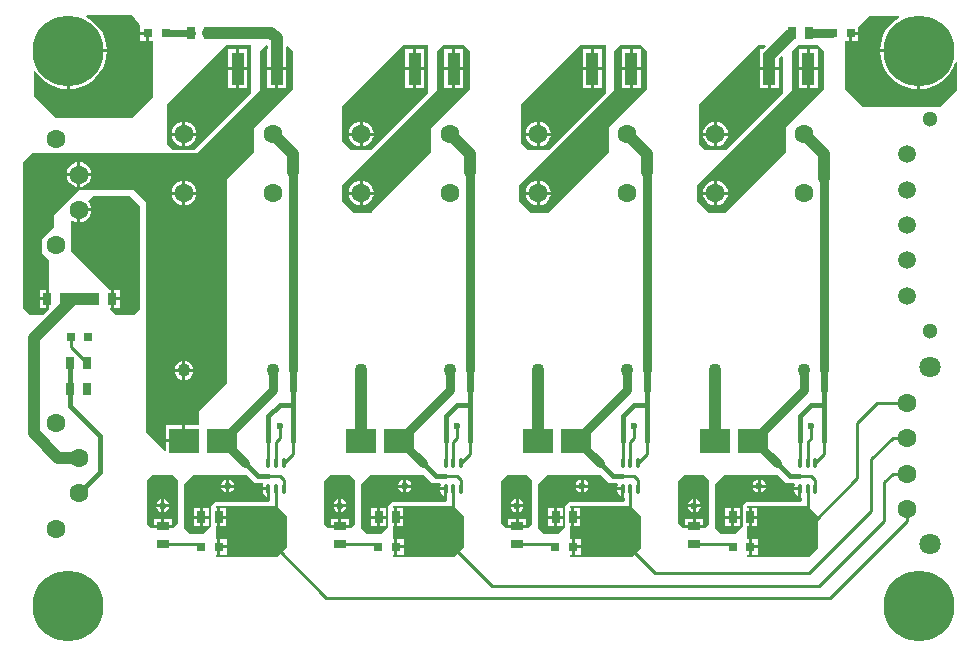
<source format=gtl>
G04*
G04 #@! TF.GenerationSoftware,Altium Limited,Altium Designer,18.1.9 (240)*
G04*
G04 Layer_Physical_Order=1*
G04 Layer_Color=255*
%FSLAX25Y25*%
%MOIN*%
G70*
G01*
G75*
%ADD12C,0.01000*%
%ADD16O,0.01575X0.03150*%
%ADD17R,0.02953X0.03937*%
%ADD18R,0.04331X0.11024*%
%ADD19R,0.03937X0.02953*%
%ADD20R,0.03150X0.03150*%
%ADD21R,0.09843X0.08268*%
%ADD35C,0.01575*%
%ADD36C,0.03937*%
%ADD37C,0.03150*%
%ADD38C,0.02362*%
%ADD39C,0.05906*%
%ADD40C,0.06299*%
%ADD41C,0.04331*%
%ADD42C,0.23622*%
%ADD43C,0.05118*%
%ADD44C,0.02362*%
%ADD45C,0.07087*%
G36*
X37008Y212598D02*
X39478Y209643D01*
X39748Y209268D01*
X39748D01*
X39748Y209268D01*
Y207193D01*
X42323D01*
Y206693D01*
X42823D01*
Y204118D01*
X44094D01*
Y185433D01*
X37008Y178347D01*
X11811Y178347D01*
X4331Y185827D01*
Y193979D01*
X4812Y194115D01*
X5352Y193234D01*
X6661Y191701D01*
X8195Y190391D01*
X9914Y189337D01*
X11777Y188566D01*
X13738Y188095D01*
X15248Y187976D01*
Y200787D01*
X15748D01*
Y201287D01*
X28559D01*
X28440Y202798D01*
X27970Y204759D01*
X27198Y206622D01*
X26144Y208341D01*
X24835Y209874D01*
X23301Y211184D01*
X21809Y212098D01*
X21950Y212598D01*
X37008D01*
Y212598D01*
D02*
G37*
G36*
X292806Y212473D02*
X292947Y211973D01*
X291659Y211184D01*
X290126Y209874D01*
X288816Y208341D01*
X287763Y206622D01*
X286991Y204759D01*
X286520Y202798D01*
X286401Y201287D01*
X299213D01*
Y200787D01*
X299713D01*
Y187976D01*
X301223Y188095D01*
X303184Y188566D01*
X305047Y189337D01*
X306766Y190391D01*
X308299Y191701D01*
X309609Y193234D01*
X310663Y194953D01*
X311434Y196816D01*
X311524Y197188D01*
X312024Y197129D01*
Y187614D01*
X306299Y181890D01*
X280512D01*
X274803Y187598D01*
X274803Y204118D01*
X276075D01*
Y206693D01*
X276575D01*
Y207193D01*
X279150D01*
Y208805D01*
X282552Y212473D01*
X292806D01*
D02*
G37*
G36*
X76772Y186705D02*
X57891Y167825D01*
X50778D01*
X48720Y169882D01*
X48720Y182972D01*
X68504Y202756D01*
X76772Y202756D01*
X76772Y186705D01*
D02*
G37*
G36*
X248355Y202294D02*
X247455Y201394D01*
X246244D01*
Y195382D01*
X249409D01*
X252575D01*
Y198045D01*
X253475Y198945D01*
X253937Y198754D01*
X253937Y186705D01*
X235047Y167815D01*
X227953D01*
X225886Y169882D01*
X225886Y182972D01*
X245669Y202756D01*
X248164D01*
X248355Y202294D01*
D02*
G37*
G36*
X194882Y186705D02*
X175992Y167815D01*
X168898D01*
X166831Y169882D01*
X166831Y182972D01*
X186614Y202756D01*
X194882Y202756D01*
X194882Y186705D01*
D02*
G37*
G36*
X135827D02*
X116937Y167815D01*
X109843D01*
X107087Y170571D01*
X107087Y182283D01*
X127559Y202756D01*
X135827Y202756D01*
X135827Y186705D01*
D02*
G37*
G36*
X82242Y202401D02*
Y201394D01*
X82071D01*
Y195382D01*
X85236D01*
X88402D01*
Y201394D01*
X88230D01*
Y202204D01*
X88730Y202411D01*
X90551Y200591D01*
Y187894D01*
X77756Y175098D01*
Y166929D01*
X68602Y157776D01*
X68602Y89862D01*
X59449Y80709D01*
Y76000D01*
X54831D01*
Y70866D01*
X54331D01*
Y70366D01*
X48409D01*
Y67598D01*
X47947Y67407D01*
X41732Y73622D01*
Y150252D01*
X37457Y154528D01*
X19831D01*
Y154575D01*
X11024Y145768D01*
X11024Y142126D01*
X7087Y138189D01*
Y133465D01*
X9350Y131201D01*
Y121079D01*
X9260D01*
Y118110D01*
Y115142D01*
X9350D01*
Y114469D01*
X7480Y112598D01*
X3150Y112598D01*
X787Y114961D01*
Y163779D01*
X3813Y166805D01*
X21384Y166805D01*
D01*
X58734Y166805D01*
X79724Y187795D01*
X79724Y200590D01*
X81742Y202608D01*
X82242Y202401D01*
D02*
G37*
G36*
X265551Y202756D02*
X267717Y200591D01*
Y187894D01*
X254921Y175098D01*
Y166929D01*
X235039Y147047D01*
Y146850D01*
X229134D01*
X225197Y150787D01*
Y153347D01*
Y156102D01*
X256890Y187795D01*
X256890Y200590D01*
X259055Y202756D01*
X265551Y202756D01*
D02*
G37*
G36*
X206496D02*
X208661Y200591D01*
Y187894D01*
X195866Y175098D01*
Y166929D01*
X175984Y147047D01*
Y146850D01*
X170079D01*
X166142Y150787D01*
Y153347D01*
Y156102D01*
X197835Y187795D01*
X197835Y200590D01*
X200000Y202756D01*
X206496Y202756D01*
D02*
G37*
G36*
X147441D02*
X149606Y200591D01*
Y187894D01*
X136811Y175098D01*
Y166929D01*
X116929Y147047D01*
Y146850D01*
X111024D01*
X107087Y150787D01*
Y153347D01*
Y156102D01*
X138779Y187795D01*
X138779Y200590D01*
X140945Y202756D01*
X147441Y202756D01*
D02*
G37*
G36*
X39665Y148917D02*
X39665Y114469D01*
X37795Y112598D01*
X31545Y112598D01*
X29823Y114321D01*
Y115142D01*
X29913D01*
Y118110D01*
Y121079D01*
X29709D01*
X16634Y134153D01*
X16634Y144010D01*
X17082Y144231D01*
X17238Y144112D01*
X18248Y143693D01*
X18831Y143617D01*
Y147736D01*
X19331D01*
Y148236D01*
X23450D01*
X23373Y148819D01*
X22955Y149829D01*
X22290Y150696D01*
X22644Y151049D01*
X24055Y152461D01*
X36122Y152461D01*
X39665Y148917D01*
D02*
G37*
G36*
X229464Y57591D02*
X229464Y43130D01*
X227967Y41634D01*
X227378Y41634D01*
Y41724D01*
X221178D01*
X221087Y41634D01*
X220586Y41634D01*
X219170Y43050D01*
Y57533D01*
X220967Y59330D01*
X227725D01*
X229464Y57591D01*
D02*
G37*
G36*
X170409D02*
X170409Y43130D01*
X168912Y41634D01*
X168323Y41634D01*
Y41724D01*
X165354D01*
X162123D01*
X162032Y41634D01*
X161531Y41634D01*
X160115Y43050D01*
Y57533D01*
X161912Y59330D01*
X168670D01*
X170409Y57591D01*
D02*
G37*
G36*
X111354D02*
X111354Y43130D01*
X109857Y41634D01*
X109268Y41634D01*
Y41724D01*
X106299D01*
X103068D01*
X102977Y41634D01*
X102476Y41634D01*
X101060Y43050D01*
Y57533D01*
X102857Y59330D01*
X109615D01*
X111354Y57591D01*
D02*
G37*
G36*
X52299D02*
X52299Y43130D01*
X50802Y41634D01*
X50213Y41634D01*
Y41724D01*
X44013D01*
X43922Y41634D01*
X43421Y41634D01*
X42004Y43050D01*
Y57533D01*
X43801Y59330D01*
X50560D01*
X52299Y57591D01*
D02*
G37*
G36*
X255118Y56693D02*
X257756D01*
X257981Y56237D01*
X257962Y56209D01*
X257823Y55512D01*
Y55224D01*
X259646D01*
Y54724D01*
X260146D01*
Y51912D01*
X260236Y51838D01*
Y50984D01*
X259646Y50394D01*
X241732D01*
X240551Y49213D01*
Y48244D01*
X240535D01*
Y42307D01*
X240321Y41896D01*
X238189Y39764D01*
X233465D01*
X231496Y41732D01*
Y56299D01*
X234646Y59449D01*
X252362D01*
X255118Y56693D01*
D02*
G37*
G36*
X196063D02*
X198700D01*
X198925Y56237D01*
X198907Y56209D01*
X198768Y55512D01*
Y55224D01*
X200591D01*
Y54724D01*
X201091D01*
Y51912D01*
X201181Y51838D01*
Y50984D01*
X200590Y50394D01*
X182677D01*
X181496Y49213D01*
Y48244D01*
X181480D01*
Y42307D01*
X181266Y41896D01*
X179134Y39764D01*
X174409D01*
X172441Y41732D01*
Y56299D01*
X175591Y59449D01*
X193307D01*
X196063Y56693D01*
D02*
G37*
G36*
X137008D02*
X139645D01*
X139870Y56237D01*
X139852Y56209D01*
X139713Y55512D01*
Y55224D01*
X141535D01*
Y54724D01*
X142035D01*
Y51912D01*
X142126Y51838D01*
Y50984D01*
X141535Y50394D01*
X123622D01*
X122441Y49213D01*
Y48244D01*
X122425D01*
Y42307D01*
X122211Y41896D01*
X120079Y39764D01*
X115354D01*
X113386Y41732D01*
Y56299D01*
X116535Y59449D01*
X134252D01*
X137008Y56693D01*
D02*
G37*
G36*
X77953D02*
X80590D01*
X80815Y56237D01*
X80797Y56209D01*
X80658Y55512D01*
Y55224D01*
X82480D01*
Y54724D01*
X82980D01*
Y51912D01*
X83071Y51838D01*
Y50984D01*
X82480Y50394D01*
X64567D01*
X63386Y49213D01*
Y48244D01*
X63370D01*
Y42307D01*
X63156Y41896D01*
X61024Y39764D01*
X56299D01*
X54331Y41732D01*
Y56299D01*
X57480Y59449D01*
X75197D01*
X77953Y56693D01*
D02*
G37*
G36*
X262205Y49213D02*
X265748Y45669D01*
Y35039D01*
X262598Y31890D01*
X242126Y31890D01*
Y32858D01*
X242610D01*
Y35433D01*
Y38008D01*
X242126D01*
Y42307D01*
X242512D01*
Y45276D01*
Y48244D01*
X242126D01*
Y49213D01*
X262205Y49213D01*
D02*
G37*
G36*
X203150D02*
X206693Y45669D01*
Y35039D01*
X203543Y31890D01*
X183071Y31890D01*
Y32858D01*
X183555D01*
Y35433D01*
Y38008D01*
X183071D01*
Y42307D01*
X183457D01*
Y45276D01*
Y48244D01*
X183071D01*
Y49213D01*
X203150Y49213D01*
D02*
G37*
G36*
X144095D02*
X147638Y45669D01*
Y35039D01*
X144488Y31890D01*
X124016Y31890D01*
Y32858D01*
X124500D01*
Y35433D01*
Y38008D01*
X124016D01*
Y42307D01*
X124402D01*
Y45276D01*
Y48244D01*
X124016D01*
Y49213D01*
X144095Y49213D01*
D02*
G37*
G36*
X85039D02*
X88583Y45669D01*
Y35039D01*
X85433Y31890D01*
X64961Y31890D01*
Y32858D01*
X65445D01*
Y35433D01*
Y38008D01*
X64961D01*
Y42307D01*
X65346D01*
Y45276D01*
Y48244D01*
X64961D01*
Y49213D01*
X85039Y49213D01*
D02*
G37*
%LPC*%
G36*
X41823Y206193D02*
X39748D01*
Y204118D01*
X41823D01*
Y206193D01*
D02*
G37*
G36*
X28559Y200287D02*
X16248D01*
Y187976D01*
X17758Y188095D01*
X19719Y188566D01*
X21582Y189337D01*
X23301Y190391D01*
X24835Y191701D01*
X26144Y193234D01*
X27198Y194953D01*
X27970Y196816D01*
X28440Y198777D01*
X28559Y200287D01*
D02*
G37*
G36*
X279150Y206193D02*
X277075D01*
Y204118D01*
X279150D01*
Y206193D01*
D02*
G37*
G36*
X298713Y200287D02*
X286401D01*
X286520Y198777D01*
X286991Y196816D01*
X287763Y194953D01*
X288816Y193234D01*
X290126Y191701D01*
X291659Y190391D01*
X293378Y189337D01*
X295241Y188566D01*
X297202Y188095D01*
X298713Y187976D01*
Y200287D01*
D02*
G37*
G36*
X75409Y201394D02*
X72744D01*
Y195382D01*
X75409D01*
Y201394D01*
D02*
G37*
G36*
X71744D02*
X69079D01*
Y195382D01*
X71744D01*
Y201394D01*
D02*
G37*
G36*
X75409Y194382D02*
X72744D01*
Y188370D01*
X75409D01*
Y194382D01*
D02*
G37*
G36*
X71744D02*
X69079D01*
Y188370D01*
X71744D01*
Y194382D01*
D02*
G37*
G36*
X54831Y177151D02*
Y173531D01*
X58450D01*
X58373Y174115D01*
X57955Y175124D01*
X57290Y175991D01*
X56423Y176656D01*
X55414Y177074D01*
X54831Y177151D01*
D02*
G37*
G36*
X53831D02*
X53247Y177074D01*
X52238Y176656D01*
X51371Y175991D01*
X50706Y175124D01*
X50288Y174115D01*
X50211Y173531D01*
X53831D01*
Y177151D01*
D02*
G37*
G36*
X58450Y172531D02*
X54831D01*
Y168912D01*
X55414Y168989D01*
X56423Y169407D01*
X57290Y170072D01*
X57955Y170939D01*
X58373Y171948D01*
X58450Y172531D01*
D02*
G37*
G36*
X53831D02*
X50211D01*
X50288Y171948D01*
X50706Y170939D01*
X51371Y170072D01*
X52238Y169407D01*
X53247Y168989D01*
X53831Y168912D01*
Y172531D01*
D02*
G37*
G36*
X252575Y194382D02*
X249909D01*
Y188370D01*
X252575D01*
Y194382D01*
D02*
G37*
G36*
X248909D02*
X246244D01*
Y188370D01*
X248909D01*
Y194382D01*
D02*
G37*
G36*
X231996Y177151D02*
Y173531D01*
X235616D01*
X235539Y174115D01*
X235121Y175124D01*
X234456Y175991D01*
X233589Y176656D01*
X232579Y177074D01*
X231996Y177151D01*
D02*
G37*
G36*
X230996Y177151D02*
X230413Y177074D01*
X229403Y176656D01*
X228537Y175991D01*
X227871Y175124D01*
X227453Y174115D01*
X227377Y173531D01*
X230996D01*
Y177151D01*
D02*
G37*
G36*
X235616Y172531D02*
X231996D01*
Y168912D01*
X232579Y168989D01*
X233589Y169407D01*
X234456Y170072D01*
X235121Y170939D01*
X235539Y171948D01*
X235616Y172531D01*
D02*
G37*
G36*
X230996D02*
X227377D01*
X227453Y171948D01*
X227871Y170939D01*
X228537Y170072D01*
X229403Y169407D01*
X230413Y168989D01*
X230996Y168912D01*
Y172531D01*
D02*
G37*
G36*
X193520Y201394D02*
X190854D01*
Y195382D01*
X193520D01*
Y201394D01*
D02*
G37*
G36*
X189854D02*
X187189D01*
Y195382D01*
X189854D01*
Y201394D01*
D02*
G37*
G36*
X193520Y194382D02*
X190854D01*
Y188370D01*
X193520D01*
Y194382D01*
D02*
G37*
G36*
X189854D02*
X187189D01*
Y188370D01*
X189854D01*
Y194382D01*
D02*
G37*
G36*
X172941Y177151D02*
Y173531D01*
X176560D01*
X176484Y174115D01*
X176066Y175124D01*
X175400Y175991D01*
X174534Y176656D01*
X173524Y177074D01*
X172941Y177151D01*
D02*
G37*
G36*
X171941Y177151D02*
X171358Y177074D01*
X170348Y176656D01*
X169481Y175991D01*
X168816Y175124D01*
X168398Y174115D01*
X168321Y173531D01*
X171941D01*
Y177151D01*
D02*
G37*
G36*
Y172531D02*
X168321D01*
X168398Y171948D01*
X168816Y170939D01*
X169481Y170072D01*
X170348Y169407D01*
X171358Y168989D01*
X171941Y168912D01*
Y172531D01*
D02*
G37*
G36*
X176560D02*
X172941D01*
Y168912D01*
X173524Y168989D01*
X174534Y169407D01*
X175400Y170072D01*
X176066Y170939D01*
X176484Y171948D01*
X176560Y172531D01*
D02*
G37*
G36*
X134465Y201394D02*
X131799D01*
Y195382D01*
X134465D01*
Y201394D01*
D02*
G37*
G36*
X130799D02*
X128134D01*
Y195382D01*
X130799D01*
Y201394D01*
D02*
G37*
G36*
X134465Y194382D02*
X131799D01*
Y188370D01*
X134465D01*
Y194382D01*
D02*
G37*
G36*
X130799D02*
X128134D01*
Y188370D01*
X130799D01*
Y194382D01*
D02*
G37*
G36*
X113886Y177151D02*
Y173531D01*
X117505D01*
X117429Y174115D01*
X117010Y175124D01*
X116345Y175991D01*
X115479Y176656D01*
X114469Y177074D01*
X113886Y177151D01*
D02*
G37*
G36*
X112886Y177151D02*
X112303Y177074D01*
X111293Y176656D01*
X110426Y175991D01*
X109761Y175124D01*
X109343Y174115D01*
X109266Y173531D01*
X112886D01*
Y177151D01*
D02*
G37*
G36*
Y172531D02*
X109266D01*
X109343Y171948D01*
X109761Y170939D01*
X110426Y170072D01*
X111293Y169407D01*
X112303Y168989D01*
X112886Y168912D01*
Y172531D01*
D02*
G37*
G36*
X117505D02*
X113886D01*
Y168912D01*
X114469Y168989D01*
X115479Y169407D01*
X116345Y170072D01*
X117010Y170939D01*
X117429Y171948D01*
X117505Y172531D01*
D02*
G37*
G36*
X88402Y194382D02*
X85736D01*
Y188370D01*
X88402D01*
Y194382D01*
D02*
G37*
G36*
X84736D02*
X82071D01*
Y188370D01*
X84736D01*
Y194382D01*
D02*
G37*
G36*
X19831Y163667D02*
Y160047D01*
X23450D01*
X23373Y160631D01*
X22955Y161640D01*
X22290Y162507D01*
X21423Y163172D01*
X20414Y163590D01*
X19831Y163667D01*
D01*
D02*
G37*
G36*
X18831D02*
X18248Y163590D01*
X17238Y163172D01*
X16371Y162507D01*
X15706Y161640D01*
X15288Y160631D01*
X15211Y160047D01*
X18831D01*
Y163667D01*
D02*
G37*
G36*
X23450Y159047D02*
X19831D01*
Y155428D01*
X20414Y155504D01*
X21423Y155923D01*
X22290Y156588D01*
X22955Y157455D01*
X23373Y158464D01*
X23450Y159047D01*
D02*
G37*
G36*
X18831D02*
X15211D01*
X15288Y158464D01*
X15706Y157455D01*
X16371Y156588D01*
X17238Y155923D01*
X18248Y155504D01*
X18831Y155428D01*
Y159047D01*
D02*
G37*
G36*
X54831Y157466D02*
Y153847D01*
X58450D01*
X58373Y154430D01*
X57955Y155439D01*
X57290Y156306D01*
X56423Y156971D01*
X55414Y157389D01*
X54831Y157466D01*
D02*
G37*
G36*
X53831Y157466D02*
X53247Y157389D01*
X52238Y156971D01*
X51371Y156306D01*
X50706Y155439D01*
X50288Y154430D01*
X50211Y153847D01*
X53831D01*
Y157466D01*
D02*
G37*
G36*
X58450Y152847D02*
X54831D01*
Y149227D01*
X55414Y149304D01*
X56423Y149722D01*
X57290Y150387D01*
X57955Y151254D01*
X58373Y152263D01*
X58450Y152847D01*
D02*
G37*
G36*
X53831D02*
X50211D01*
X50288Y152263D01*
X50706Y151254D01*
X51371Y150387D01*
X52238Y149722D01*
X53247Y149304D01*
X53831Y149227D01*
Y152847D01*
D02*
G37*
G36*
X8260Y121079D02*
X6284D01*
Y118610D01*
X8260D01*
Y121079D01*
D02*
G37*
G36*
Y117610D02*
X6284D01*
Y115142D01*
X8260D01*
Y117610D01*
D02*
G37*
G36*
X54831Y97418D02*
Y94791D01*
X57458D01*
X57415Y95118D01*
X57096Y95888D01*
X56588Y96549D01*
X55927Y97056D01*
X55157Y97375D01*
X54831Y97418D01*
D02*
G37*
G36*
X53831D02*
X53504Y97375D01*
X52734Y97056D01*
X52073Y96549D01*
X51566Y95888D01*
X51247Y95118D01*
X51204Y94791D01*
X53831D01*
Y97418D01*
D02*
G37*
G36*
X57458Y93791D02*
X54831D01*
Y91164D01*
X55157Y91207D01*
X55927Y91526D01*
X56588Y92034D01*
X57096Y92695D01*
X57415Y93465D01*
X57458Y93791D01*
D02*
G37*
G36*
X53831D02*
X51204D01*
X51247Y93465D01*
X51566Y92695D01*
X52073Y92034D01*
X52734Y91526D01*
X53504Y91207D01*
X53831Y91164D01*
Y93791D01*
D02*
G37*
G36*
Y76000D02*
X48409D01*
Y71366D01*
X53831D01*
Y76000D01*
D02*
G37*
G36*
X265567Y201394D02*
X262902D01*
Y195382D01*
X265567D01*
Y201394D01*
D02*
G37*
G36*
X261902D02*
X259236D01*
Y195382D01*
X261902D01*
Y201394D01*
D02*
G37*
G36*
X265567Y194382D02*
X262902D01*
Y188370D01*
X265567D01*
Y194382D01*
D02*
G37*
G36*
X261902D02*
X259236D01*
Y188370D01*
X261902D01*
Y194382D01*
D02*
G37*
G36*
X231996Y157466D02*
Y153846D01*
X235616D01*
X235539Y154430D01*
X235121Y155439D01*
X234456Y156306D01*
X233589Y156971D01*
X232579Y157389D01*
X231996Y157466D01*
D02*
G37*
G36*
X230996Y157466D02*
X230413Y157389D01*
X229403Y156971D01*
X228537Y156306D01*
X227871Y155439D01*
X227453Y154430D01*
X227377Y153846D01*
X230996D01*
Y157466D01*
D02*
G37*
G36*
X235616Y152846D02*
X231996D01*
Y149227D01*
X232579Y149304D01*
X233589Y149722D01*
X234456Y150387D01*
X235121Y151254D01*
X235539Y152263D01*
X235616Y152846D01*
D02*
G37*
G36*
X230996D02*
X227377D01*
X227453Y152263D01*
X227871Y151254D01*
X228537Y150387D01*
X229403Y149722D01*
X230413Y149304D01*
X230996Y149227D01*
Y152846D01*
D02*
G37*
G36*
X206512Y201394D02*
X203847D01*
Y195382D01*
X206512D01*
Y201394D01*
D02*
G37*
G36*
X202847D02*
X200181D01*
Y195382D01*
X202847D01*
Y201394D01*
D02*
G37*
G36*
X206512Y194382D02*
X203847D01*
Y188370D01*
X206512D01*
Y194382D01*
D02*
G37*
G36*
X202847D02*
X200181D01*
Y188370D01*
X202847D01*
Y194382D01*
D02*
G37*
G36*
X172941Y157466D02*
Y153847D01*
X176560D01*
X176484Y154430D01*
X176066Y155439D01*
X175400Y156306D01*
X174534Y156971D01*
X173524Y157389D01*
X172941Y157466D01*
D02*
G37*
G36*
X171941D02*
X171358Y157389D01*
X170348Y156971D01*
X169481Y156306D01*
X168816Y155439D01*
X168398Y154430D01*
X168321Y153847D01*
X171941D01*
Y157466D01*
D02*
G37*
G36*
X176560Y152847D02*
X172941D01*
Y149227D01*
X173524Y149304D01*
X174534Y149722D01*
X175400Y150387D01*
X176066Y151254D01*
X176484Y152263D01*
X176560Y152847D01*
D02*
G37*
G36*
X171941D02*
X168321D01*
X168398Y152263D01*
X168816Y151254D01*
X169481Y150387D01*
X170348Y149722D01*
X171358Y149304D01*
X171941Y149227D01*
Y152847D01*
D02*
G37*
G36*
X147457Y201394D02*
X144791D01*
Y195382D01*
X147457D01*
Y201394D01*
D02*
G37*
G36*
X143791D02*
X141126D01*
Y195382D01*
X143791D01*
Y201394D01*
D02*
G37*
G36*
X147457Y194382D02*
X144791D01*
Y188370D01*
X147457D01*
Y194382D01*
D02*
G37*
G36*
X143791D02*
X141126D01*
Y188370D01*
X143791D01*
Y194382D01*
D02*
G37*
G36*
X113886Y157466D02*
Y153847D01*
X117505D01*
X117429Y154430D01*
X117010Y155439D01*
X116345Y156306D01*
X115479Y156971D01*
X114469Y157389D01*
X113886Y157466D01*
D02*
G37*
G36*
X112886D02*
X112303Y157389D01*
X111293Y156971D01*
X110426Y156306D01*
X109761Y155439D01*
X109343Y154430D01*
X109266Y153847D01*
X112886D01*
Y157466D01*
D02*
G37*
G36*
X117505Y152847D02*
X113886D01*
Y149227D01*
X114469Y149304D01*
X115479Y149722D01*
X116345Y150387D01*
X117010Y151254D01*
X117429Y152263D01*
X117505Y152847D01*
D02*
G37*
G36*
X112886D02*
X109266D01*
X109343Y152263D01*
X109761Y151254D01*
X110426Y150387D01*
X111293Y149722D01*
X112303Y149304D01*
X112886Y149227D01*
Y152847D01*
D02*
G37*
G36*
X23450Y147236D02*
X19831D01*
Y143617D01*
X20414Y143693D01*
X21423Y144112D01*
X22290Y144777D01*
X22955Y145643D01*
X23373Y146653D01*
X23450Y147236D01*
D02*
G37*
G36*
X32890Y121079D02*
X30913D01*
Y118610D01*
X32890D01*
Y121079D01*
D02*
G37*
G36*
Y117610D02*
X30913D01*
Y115142D01*
X32890D01*
Y117610D01*
D02*
G37*
G36*
X224909Y51337D02*
Y49713D01*
X226534D01*
X226464Y50064D01*
X225982Y50785D01*
X225260Y51267D01*
X224909Y51337D01*
D02*
G37*
G36*
X223909D02*
X223558Y51267D01*
X222837Y50785D01*
X222355Y50064D01*
X222285Y49713D01*
X223909D01*
Y51337D01*
D02*
G37*
G36*
X226534Y48713D02*
X224909D01*
Y47088D01*
X225260Y47158D01*
X225982Y47640D01*
X226464Y48362D01*
X226534Y48713D01*
D02*
G37*
G36*
X223909D02*
X222285D01*
X222355Y48362D01*
X222837Y47640D01*
X223558Y47158D01*
X223909Y47088D01*
Y48713D01*
D02*
G37*
G36*
X227378Y44701D02*
X224909D01*
Y42724D01*
X227378D01*
Y44701D01*
D02*
G37*
G36*
X223909D02*
X221441D01*
Y42724D01*
X223909D01*
Y44701D01*
D02*
G37*
G36*
X165854Y51337D02*
Y49713D01*
X167479D01*
X167409Y50064D01*
X166927Y50785D01*
X166205Y51267D01*
X165854Y51337D01*
D02*
G37*
G36*
X164854D02*
X164503Y51267D01*
X163782Y50785D01*
X163300Y50064D01*
X163230Y49713D01*
X164854D01*
Y51337D01*
D02*
G37*
G36*
X167479Y48713D02*
X165854D01*
Y47088D01*
X166205Y47158D01*
X166927Y47640D01*
X167409Y48362D01*
X167479Y48713D01*
D02*
G37*
G36*
X164854D02*
X163230D01*
X163300Y48362D01*
X163782Y47640D01*
X164503Y47158D01*
X164854Y47088D01*
Y48713D01*
D02*
G37*
G36*
X168323Y44701D02*
X165854D01*
Y42724D01*
X168323D01*
Y44701D01*
D02*
G37*
G36*
X164854D02*
X162386D01*
Y42724D01*
X164854D01*
Y44701D01*
D02*
G37*
G36*
X106799Y51337D02*
Y49713D01*
X108424D01*
X108354Y50064D01*
X107872Y50785D01*
X107150Y51267D01*
X106799Y51337D01*
D02*
G37*
G36*
X105799D02*
X105448Y51267D01*
X104727Y50785D01*
X104245Y50064D01*
X104175Y49713D01*
X105799D01*
Y51337D01*
D02*
G37*
G36*
X108424Y48713D02*
X106799D01*
Y47088D01*
X107150Y47158D01*
X107872Y47640D01*
X108354Y48362D01*
X108424Y48713D01*
D02*
G37*
G36*
X105799D02*
X104175D01*
X104245Y48362D01*
X104727Y47640D01*
X105448Y47158D01*
X105799Y47088D01*
Y48713D01*
D02*
G37*
G36*
X109268Y44701D02*
X106799D01*
Y42724D01*
X109268D01*
Y44701D01*
D02*
G37*
G36*
X105799D02*
X103331D01*
Y42724D01*
X105799D01*
Y44701D01*
D02*
G37*
G36*
X47744Y51337D02*
Y49713D01*
X49369D01*
X49299Y50064D01*
X48817Y50785D01*
X48095Y51267D01*
X47744Y51337D01*
D02*
G37*
G36*
X46744D02*
X46393Y51267D01*
X45672Y50785D01*
X45189Y50064D01*
X45120Y49713D01*
X46744D01*
Y51337D01*
D02*
G37*
G36*
X49369Y48713D02*
X47744D01*
Y47088D01*
X48095Y47158D01*
X48817Y47640D01*
X49299Y48362D01*
X49369Y48713D01*
D02*
G37*
G36*
X46744D02*
X45120D01*
X45189Y48362D01*
X45672Y47640D01*
X46393Y47158D01*
X46744Y47088D01*
Y48713D01*
D02*
G37*
G36*
X50213Y44701D02*
X47744D01*
Y42724D01*
X50213D01*
Y44701D01*
D02*
G37*
G36*
X46744D02*
X44276D01*
Y42724D01*
X46744D01*
Y44701D01*
D02*
G37*
G36*
X246563Y57833D02*
Y56209D01*
X248187D01*
X248117Y56560D01*
X247636Y57281D01*
X246914Y57763D01*
X246563Y57833D01*
D02*
G37*
G36*
X245563D02*
X245212Y57763D01*
X244491Y57281D01*
X244008Y56560D01*
X243939Y56209D01*
X245563D01*
Y57833D01*
D02*
G37*
G36*
X248187Y55209D02*
X246563D01*
Y53584D01*
X246914Y53654D01*
X247636Y54136D01*
X248117Y54858D01*
X248187Y55209D01*
D02*
G37*
G36*
X245563D02*
X243939D01*
X244008Y54858D01*
X244491Y54136D01*
X245212Y53654D01*
X245563Y53584D01*
Y55209D01*
D02*
G37*
G36*
X259146Y54224D02*
X257823D01*
Y53937D01*
X257962Y53240D01*
X258357Y52648D01*
X258948Y52253D01*
X259146Y52214D01*
Y54224D01*
D02*
G37*
G36*
X239779Y48244D02*
X237803D01*
Y45776D01*
X239779D01*
Y48244D01*
D02*
G37*
G36*
X236803D02*
X234827D01*
Y45776D01*
X236803D01*
Y48244D01*
D02*
G37*
G36*
X239779Y44776D02*
X237803D01*
Y42307D01*
X239779D01*
Y44776D01*
D02*
G37*
G36*
X236803D02*
X234827D01*
Y42307D01*
X236803D01*
Y44776D01*
D02*
G37*
G36*
X187508Y57833D02*
Y56209D01*
X189132D01*
X189062Y56560D01*
X188580Y57281D01*
X187859Y57763D01*
X187508Y57833D01*
D02*
G37*
G36*
X186508D02*
X186157Y57763D01*
X185435Y57281D01*
X184953Y56560D01*
X184883Y56209D01*
X186508D01*
Y57833D01*
D02*
G37*
G36*
X189132Y55209D02*
X187508D01*
Y53584D01*
X187859Y53654D01*
X188580Y54136D01*
X189062Y54858D01*
X189132Y55209D01*
D02*
G37*
G36*
X186508D02*
X184883D01*
X184953Y54858D01*
X185435Y54136D01*
X186157Y53654D01*
X186508Y53584D01*
Y55209D01*
D02*
G37*
G36*
X200091Y54224D02*
X198768D01*
Y53937D01*
X198907Y53240D01*
X199302Y52648D01*
X199893Y52253D01*
X200091Y52214D01*
Y54224D01*
D02*
G37*
G36*
X180724Y48244D02*
X178748D01*
Y45776D01*
X180724D01*
Y48244D01*
D02*
G37*
G36*
X177748D02*
X175772D01*
Y45776D01*
X177748D01*
Y48244D01*
D02*
G37*
G36*
X180724Y44776D02*
X178748D01*
Y42307D01*
X180724D01*
Y44776D01*
D02*
G37*
G36*
X177748D02*
X175772D01*
Y42307D01*
X177748D01*
Y44776D01*
D02*
G37*
G36*
X128453Y57833D02*
Y56209D01*
X130077D01*
X130007Y56560D01*
X129525Y57281D01*
X128804Y57763D01*
X128453Y57833D01*
D02*
G37*
G36*
X127453D02*
X127102Y57763D01*
X126380Y57281D01*
X125898Y56560D01*
X125828Y56209D01*
X127453D01*
Y57833D01*
D02*
G37*
G36*
X130077Y55209D02*
X128453D01*
Y53584D01*
X128804Y53654D01*
X129525Y54136D01*
X130007Y54858D01*
X130077Y55209D01*
D02*
G37*
G36*
X127453D02*
X125828D01*
X125898Y54858D01*
X126380Y54136D01*
X127102Y53654D01*
X127453Y53584D01*
Y55209D01*
D02*
G37*
G36*
X141035Y54224D02*
X139713D01*
Y53937D01*
X139852Y53240D01*
X140247Y52648D01*
X140838Y52253D01*
X141035Y52214D01*
Y54224D01*
D02*
G37*
G36*
X121669Y48244D02*
X119693D01*
Y45776D01*
X121669D01*
Y48244D01*
D02*
G37*
G36*
X118693D02*
X116717D01*
Y45776D01*
X118693D01*
Y48244D01*
D02*
G37*
G36*
X121669Y44776D02*
X119693D01*
Y42307D01*
X121669D01*
Y44776D01*
D02*
G37*
G36*
X118693D02*
X116717D01*
Y42307D01*
X118693D01*
Y44776D01*
D02*
G37*
G36*
X69398Y57833D02*
Y56209D01*
X71022D01*
X70952Y56560D01*
X70470Y57281D01*
X69749Y57763D01*
X69398Y57833D01*
D02*
G37*
G36*
X68398D02*
X68047Y57763D01*
X67325Y57281D01*
X66843Y56560D01*
X66773Y56209D01*
X68398D01*
Y57833D01*
D02*
G37*
G36*
X71022Y55209D02*
X69398D01*
Y53584D01*
X69749Y53654D01*
X70470Y54136D01*
X70952Y54858D01*
X71022Y55209D01*
D02*
G37*
G36*
X68398D02*
X66773D01*
X66843Y54858D01*
X67325Y54136D01*
X68047Y53654D01*
X68398Y53584D01*
Y55209D01*
D02*
G37*
G36*
X81980Y54224D02*
X80658D01*
Y53937D01*
X80797Y53240D01*
X81192Y52648D01*
X81783Y52253D01*
X81980Y52214D01*
Y54224D01*
D02*
G37*
G36*
X62614Y48244D02*
X60638D01*
Y45776D01*
X62614D01*
Y48244D01*
D02*
G37*
G36*
X59638D02*
X57661D01*
Y45776D01*
X59638D01*
Y48244D01*
D02*
G37*
G36*
X62614Y44776D02*
X60638D01*
Y42307D01*
X62614D01*
Y44776D01*
D02*
G37*
G36*
X59638D02*
X57661D01*
Y42307D01*
X59638D01*
Y44776D01*
D02*
G37*
G36*
X245488Y48244D02*
X243512D01*
Y45776D01*
X245488D01*
Y48244D01*
D02*
G37*
G36*
Y44776D02*
X243512D01*
Y42307D01*
X245488D01*
Y44776D01*
D02*
G37*
G36*
X245685Y38008D02*
X243610D01*
Y35933D01*
X245685D01*
Y38008D01*
D02*
G37*
G36*
Y34933D02*
X243610D01*
Y32858D01*
X245685D01*
Y34933D01*
D02*
G37*
G36*
X186433Y48244D02*
X184457D01*
Y45776D01*
X186433D01*
Y48244D01*
D02*
G37*
G36*
Y44776D02*
X184457D01*
Y42307D01*
X186433D01*
Y44776D01*
D02*
G37*
G36*
X186630Y38008D02*
X184555D01*
Y35933D01*
X186630D01*
Y38008D01*
D02*
G37*
G36*
Y34933D02*
X184555D01*
Y32858D01*
X186630D01*
Y34933D01*
D02*
G37*
G36*
X127378Y48244D02*
X125402D01*
Y45776D01*
X127378D01*
Y48244D01*
D02*
G37*
G36*
Y44776D02*
X125402D01*
Y42307D01*
X127378D01*
Y44776D01*
D02*
G37*
G36*
X127575Y38008D02*
X125500D01*
Y35933D01*
X127575D01*
Y38008D01*
D02*
G37*
G36*
Y34933D02*
X125500D01*
Y32858D01*
X127575D01*
Y34933D01*
D02*
G37*
G36*
X68323Y48244D02*
X66346D01*
Y45776D01*
X68323D01*
Y48244D01*
D02*
G37*
G36*
Y44776D02*
X66346D01*
Y42307D01*
X68323D01*
Y44776D01*
D02*
G37*
G36*
X68520Y38008D02*
X66445D01*
Y35933D01*
X68520D01*
Y38008D01*
D02*
G37*
G36*
Y34933D02*
X66445D01*
Y32858D01*
X68520D01*
Y34933D01*
D02*
G37*
%LPD*%
D12*
X290512Y59842D02*
X295276D01*
X287795Y57126D02*
X290512Y59842D01*
Y71653D02*
X295276D01*
X283465Y64606D02*
X290512Y71653D01*
X285433Y83465D02*
X295276D01*
X278740Y76772D02*
X285433Y83465D01*
X278740Y58366D02*
Y76772D01*
X295276Y44094D02*
Y48031D01*
X269685Y18504D02*
X295276Y44094D01*
X85039Y46752D02*
Y54724D01*
X144095Y44685D02*
Y54724D01*
X203150Y45276D02*
Y54724D01*
X262205Y46850D02*
Y54724D01*
X85630Y34646D02*
X101772Y18504D01*
X269685D01*
X264173Y43799D02*
X278740Y58366D01*
X236122Y36516D02*
X237205Y35433D01*
X226378Y36516D02*
X236122D01*
X177067D02*
X178150Y35433D01*
X167323Y36516D02*
X177067D01*
X118012D02*
X119095Y35433D01*
X108268Y36516D02*
X118012D01*
X58957D02*
X60039Y35433D01*
X49213Y36516D02*
X58957D01*
X143898Y35433D02*
X156890Y22441D01*
X266142D01*
X287795Y44094D01*
Y57126D01*
X202756Y35433D02*
X211417Y26772D01*
X262795D01*
X283465Y47441D01*
Y64606D01*
X90551Y66339D02*
Y70866D01*
X87598Y63386D02*
X90551Y66339D01*
X264764Y54724D02*
Y57677D01*
X263386Y59055D02*
X264764Y57677D01*
X259449Y59055D02*
X263386Y59055D01*
X87598Y54724D02*
Y57677D01*
X86221Y59055D02*
X87598Y57677D01*
X82284Y59055D02*
X86221Y59055D01*
X146653Y54724D02*
Y57677D01*
X145276Y59055D02*
X146653Y57677D01*
X141339Y59055D02*
X145276Y59055D01*
X200394Y59055D02*
X204331Y59055D01*
X205709Y57677D01*
X16587Y102050D02*
Y105503D01*
Y102050D02*
X21993Y96645D01*
X262205Y63386D02*
Y70472D01*
X263386Y71653D01*
Y75590D01*
X203150Y63386D02*
Y70472D01*
X204331Y71653D01*
Y75590D01*
X144095Y63386D02*
Y70472D01*
X145276Y71653D01*
Y75590D01*
X86221Y71653D02*
Y75590D01*
X85039Y70472D02*
X86221Y71653D01*
X85039Y63386D02*
Y70472D01*
X264764Y63386D02*
X267717Y66339D01*
X259646Y63386D02*
Y70866D01*
X267717Y66339D02*
Y70866D01*
X205709Y63386D02*
X208661Y66339D01*
X200591Y63386D02*
Y70866D01*
X208661Y66339D02*
Y70866D01*
X146653Y63386D02*
X149606Y66339D01*
X141535Y63386D02*
Y70866D01*
X149606Y66339D02*
Y70866D01*
X205709Y54724D02*
Y57677D01*
X82480Y63386D02*
Y70866D01*
D16*
X200591Y54724D02*
D03*
X203150D02*
D03*
X205709D02*
D03*
X200591Y63386D02*
D03*
X203150D02*
D03*
X205709D02*
D03*
X264764D02*
D03*
X262205D02*
D03*
X259646D02*
D03*
X264764Y54724D02*
D03*
X262205D02*
D03*
X259646D02*
D03*
X146653Y63386D02*
D03*
X144095D02*
D03*
X141535D02*
D03*
X146653Y54724D02*
D03*
X144095D02*
D03*
X141535D02*
D03*
X87598Y63386D02*
D03*
X85039D02*
D03*
X82480D02*
D03*
X87598Y54724D02*
D03*
X85039D02*
D03*
X82480D02*
D03*
D17*
X30413Y118110D02*
D03*
X24705D02*
D03*
X14469D02*
D03*
X8760D02*
D03*
X243012Y45276D02*
D03*
X237303D02*
D03*
X183957D02*
D03*
X178248D02*
D03*
X124901D02*
D03*
X119193D02*
D03*
X65846D02*
D03*
X60138D02*
D03*
X16284Y88082D02*
D03*
X21993D02*
D03*
X16284Y96645D02*
D03*
X21993D02*
D03*
X256988Y206693D02*
D03*
X262697D02*
D03*
X62500D02*
D03*
X56791D02*
D03*
D18*
X249410Y194882D02*
D03*
X262402D02*
D03*
X190354D02*
D03*
X203346D02*
D03*
X131299D02*
D03*
X144291D02*
D03*
X72244D02*
D03*
X85236D02*
D03*
D19*
X224409Y42224D02*
D03*
Y36516D02*
D03*
X165354D02*
D03*
Y42224D02*
D03*
X106299Y36516D02*
D03*
Y42224D02*
D03*
X47244D02*
D03*
Y36516D02*
D03*
D20*
X16587Y105503D02*
D03*
X22493D02*
D03*
X270669Y206693D02*
D03*
X276575D02*
D03*
X48228D02*
D03*
X42323D02*
D03*
X237205Y35433D02*
D03*
X243110D02*
D03*
X178150D02*
D03*
X184055D02*
D03*
X119095D02*
D03*
X125000D02*
D03*
X60039D02*
D03*
X65945D02*
D03*
D21*
X244094Y70866D02*
D03*
X231496D02*
D03*
X185039D02*
D03*
X172441D02*
D03*
X125984D02*
D03*
X113386D02*
D03*
X66929D02*
D03*
X54331D02*
D03*
D35*
X19331Y53248D02*
X26378Y60295D01*
X251969Y63386D02*
X256299Y59055D01*
X259449D01*
X74803Y63386D02*
X79134Y59055D01*
X82284D01*
X133858Y63386D02*
X138189Y59055D01*
X141339D01*
X197244D02*
X200394D01*
X192913Y63386D02*
X197244Y59055D01*
X16284Y88082D02*
Y96645D01*
Y82370D02*
Y88082D01*
Y82370D02*
X26378Y72277D01*
Y60295D02*
Y72277D01*
X82480Y70866D02*
Y78937D01*
X86221Y82677D01*
X259646Y70866D02*
Y78937D01*
X263386Y82677D01*
X267717Y70866D02*
Y82677D01*
X263386D02*
X267717D01*
Y87795D01*
X200591Y70866D02*
Y78937D01*
X204331Y82677D01*
X208661Y70866D02*
Y82677D01*
X204331D02*
X208661D01*
Y87795D01*
X141535Y70866D02*
Y78937D01*
X145276Y82677D01*
X149606Y70866D02*
Y82677D01*
X145276D02*
X149606D01*
Y87795D01*
X90551Y82677D02*
Y87795D01*
X86221Y82677D02*
X90551D01*
Y70866D02*
Y82677D01*
D36*
X261024Y173031D02*
X267717Y166339D01*
Y158268D02*
Y166339D01*
X201969Y173031D02*
X208661Y166339D01*
Y160433D02*
Y166339D01*
X83858Y173031D02*
X90551Y166339D01*
Y160433D02*
Y166339D01*
X142913Y173031D02*
X149606Y166339D01*
Y160433D02*
Y166339D01*
X12500Y65059D02*
X19331D01*
X4331Y73228D02*
X12500Y65059D01*
X4331Y73228D02*
Y105118D01*
X17323Y118110D01*
X14961D02*
X17323D01*
X23248D01*
X249410Y199114D02*
X256394Y206098D01*
X249410Y194882D02*
Y199114D01*
X85236Y194882D02*
Y204921D01*
X83465Y206693D02*
X85236Y204921D01*
X62500Y206693D02*
X83465D01*
X231496Y70866D02*
Y94291D01*
X172441D02*
X172441Y94291D01*
Y70866D02*
Y94291D01*
X113386Y94291D02*
X113386Y94291D01*
Y70866D02*
Y94291D01*
D37*
X244488Y70866D02*
X251969Y63386D01*
X67323Y70866D02*
X74803Y63386D01*
X126378Y70866D02*
X133858Y63386D01*
X185039Y70866D02*
X185433D01*
X192913Y63386D01*
X267717Y94291D02*
Y158268D01*
X263386Y206693D02*
X270177D01*
X208661Y94291D02*
Y160433D01*
X149606Y94291D02*
Y160433D01*
X90551Y94291D02*
Y160433D01*
X261024Y87795D02*
Y94291D01*
X244094Y70866D02*
X261024Y87795D01*
X201969Y87795D02*
Y94291D01*
X185039Y70866D02*
X201969Y87795D01*
X142913D02*
Y94291D01*
X125984Y70866D02*
X142913Y87795D01*
X83858Y87795D02*
Y94291D01*
X66929Y70866D02*
X83858Y87795D01*
D38*
X48228Y206693D02*
X57087D01*
X267717Y87795D02*
Y94291D01*
X208661Y87795D02*
Y94291D01*
X149606Y87795D02*
Y94291D01*
X90551Y87795D02*
Y94291D01*
D39*
X295276Y119095D02*
D03*
Y130905D02*
D03*
Y142717D02*
D03*
Y154528D02*
D03*
Y166339D02*
D03*
D40*
Y48031D02*
D03*
Y59842D02*
D03*
Y71653D02*
D03*
Y83465D02*
D03*
X231496Y153347D02*
D03*
Y173031D02*
D03*
X261024D02*
D03*
Y153347D02*
D03*
X172441D02*
D03*
Y173031D02*
D03*
X201969D02*
D03*
Y153347D02*
D03*
X113386D02*
D03*
Y173031D02*
D03*
X142913D02*
D03*
Y153347D02*
D03*
X54331D02*
D03*
Y173031D02*
D03*
X83858D02*
D03*
Y153347D02*
D03*
X19331Y65059D02*
D03*
Y53248D02*
D03*
Y159547D02*
D03*
Y147736D02*
D03*
X11614Y76870D02*
D03*
Y41437D02*
D03*
Y171358D02*
D03*
Y135925D02*
D03*
D41*
X261024Y94291D02*
D03*
X231496D02*
D03*
X201969D02*
D03*
X172441D02*
D03*
X142913D02*
D03*
X113386D02*
D03*
X83858D02*
D03*
X54331D02*
D03*
D42*
X299213Y15748D02*
D03*
X15748Y200787D02*
D03*
X299213D02*
D03*
X15748Y15748D02*
D03*
D43*
X302992Y107283D02*
D03*
Y178150D02*
D03*
D44*
X47244Y49213D02*
D03*
X106299D02*
D03*
X165354D02*
D03*
X246063Y55709D02*
D03*
X187008D02*
D03*
X127953D02*
D03*
X68898D02*
D03*
X224410Y49213D02*
D03*
X86221Y75590D02*
D03*
X145276D02*
D03*
X204331D02*
D03*
X263386D02*
D03*
D45*
X302992Y36220D02*
D03*
Y95276D02*
D03*
M02*

</source>
